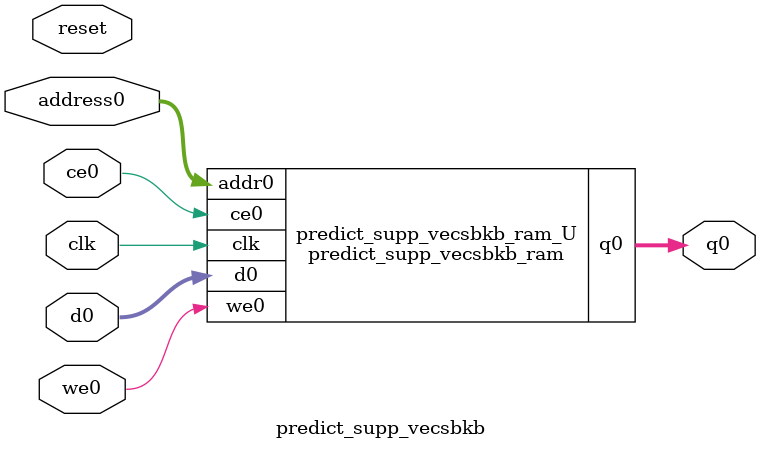
<source format=v>

`timescale 1 ns / 1 ps
module predict_supp_vecsbkb_ram (addr0, ce0, d0, we0, q0,  clk);

parameter DWIDTH = 32;
parameter AWIDTH = 13;
parameter MEM_SIZE = 7840;

input[AWIDTH-1:0] addr0;
input ce0;
input[DWIDTH-1:0] d0;
input we0;
output reg[DWIDTH-1:0] q0;
input clk;

(* ram_style = "block" *)reg [DWIDTH-1:0] ram[0:MEM_SIZE-1];




always @(posedge clk)  
begin 
    if (ce0) 
    begin
        if (we0) 
        begin 
            ram[addr0] <= d0; 
            q0 <= d0;
        end 
        else 
            q0 <= ram[addr0];
    end
end


endmodule


`timescale 1 ns / 1 ps
module predict_supp_vecsbkb(
    reset,
    clk,
    address0,
    ce0,
    we0,
    d0,
    q0);

parameter DataWidth = 32'd32;
parameter AddressRange = 32'd7840;
parameter AddressWidth = 32'd13;
input reset;
input clk;
input[AddressWidth - 1:0] address0;
input ce0;
input we0;
input[DataWidth - 1:0] d0;
output[DataWidth - 1:0] q0;



predict_supp_vecsbkb_ram predict_supp_vecsbkb_ram_U(
    .clk( clk ),
    .addr0( address0 ),
    .ce0( ce0 ),
    .we0( we0 ),
    .d0( d0 ),
    .q0( q0 ));

endmodule


</source>
